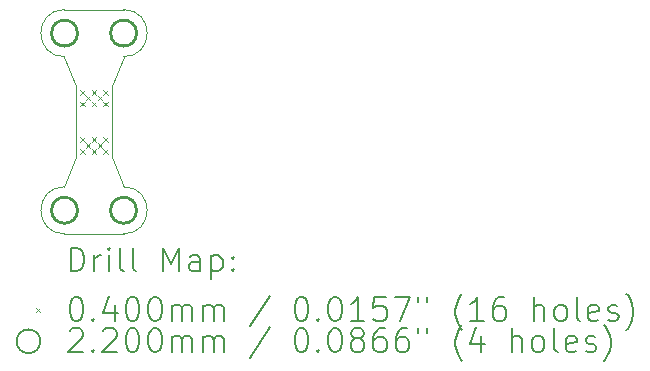
<source format=gbr>
%FSLAX45Y45*%
G04 Gerber Fmt 4.5, Leading zero omitted, Abs format (unit mm)*
G04 Created by KiCad (PCBNEW 6.0.1-79c1e3a40b~116~ubuntu20.04.1) date 2022-01-22 19:34:00*
%MOMM*%
%LPD*%
G01*
G04 APERTURE LIST*
%TA.AperFunction,Profile*%
%ADD10C,0.100000*%
%TD*%
%ADD11C,0.200000*%
%ADD12C,0.040000*%
%ADD13C,0.220000*%
G04 APERTURE END LIST*
D10*
X14900000Y-8550000D02*
X15000000Y-8800000D01*
X14900000Y-7950000D02*
X14900000Y-8550000D01*
X15000000Y-7700000D02*
X14900000Y-7950000D01*
X14600000Y-8550000D02*
X14500000Y-8800000D01*
X14600000Y-7950000D02*
X14600000Y-8550000D01*
X14500000Y-7700000D02*
X14600000Y-7950000D01*
X14500000Y-7300000D02*
X15000000Y-7300000D01*
X14500000Y-9200000D02*
X15000000Y-9200000D01*
X14500000Y-8800000D02*
G75*
G03*
X14500000Y-9200000I0J-200000D01*
G01*
X15000000Y-9200000D02*
G75*
G03*
X15000000Y-8800000I0J200000D01*
G01*
X15000000Y-7700000D02*
G75*
G03*
X15000000Y-7300000I0J200000D01*
G01*
X14500000Y-7300000D02*
G75*
G03*
X14500000Y-7700000I0J-200000D01*
G01*
D11*
D12*
X14630000Y-7980000D02*
X14670000Y-8020000D01*
X14670000Y-7980000D02*
X14630000Y-8020000D01*
X14630000Y-8080000D02*
X14670000Y-8120000D01*
X14670000Y-8080000D02*
X14630000Y-8120000D01*
X14630000Y-8380000D02*
X14670000Y-8420000D01*
X14670000Y-8380000D02*
X14630000Y-8420000D01*
X14630000Y-8480000D02*
X14670000Y-8520000D01*
X14670000Y-8480000D02*
X14630000Y-8520000D01*
X14680000Y-8030000D02*
X14720000Y-8070000D01*
X14720000Y-8030000D02*
X14680000Y-8070000D01*
X14680000Y-8430000D02*
X14720000Y-8470000D01*
X14720000Y-8430000D02*
X14680000Y-8470000D01*
X14730000Y-7980000D02*
X14770000Y-8020000D01*
X14770000Y-7980000D02*
X14730000Y-8020000D01*
X14730000Y-8080000D02*
X14770000Y-8120000D01*
X14770000Y-8080000D02*
X14730000Y-8120000D01*
X14730000Y-8380000D02*
X14770000Y-8420000D01*
X14770000Y-8380000D02*
X14730000Y-8420000D01*
X14730000Y-8480000D02*
X14770000Y-8520000D01*
X14770000Y-8480000D02*
X14730000Y-8520000D01*
X14780000Y-8030000D02*
X14820000Y-8070000D01*
X14820000Y-8030000D02*
X14780000Y-8070000D01*
X14780000Y-8430000D02*
X14820000Y-8470000D01*
X14820000Y-8430000D02*
X14780000Y-8470000D01*
X14830000Y-7980000D02*
X14870000Y-8020000D01*
X14870000Y-7980000D02*
X14830000Y-8020000D01*
X14830000Y-8080000D02*
X14870000Y-8120000D01*
X14870000Y-8080000D02*
X14830000Y-8120000D01*
X14830000Y-8380000D02*
X14870000Y-8420000D01*
X14870000Y-8380000D02*
X14830000Y-8420000D01*
X14830000Y-8480000D02*
X14870000Y-8520000D01*
X14870000Y-8480000D02*
X14830000Y-8520000D01*
D13*
X14610000Y-7500000D02*
G75*
G03*
X14610000Y-7500000I-110000J0D01*
G01*
X14610000Y-9000000D02*
G75*
G03*
X14610000Y-9000000I-110000J0D01*
G01*
X15110000Y-7500000D02*
G75*
G03*
X15110000Y-7500000I-110000J0D01*
G01*
X15110000Y-9000000D02*
G75*
G03*
X15110000Y-9000000I-110000J0D01*
G01*
D11*
X14552619Y-9515476D02*
X14552619Y-9315476D01*
X14600238Y-9315476D01*
X14628809Y-9325000D01*
X14647857Y-9344048D01*
X14657381Y-9363095D01*
X14666905Y-9401190D01*
X14666905Y-9429762D01*
X14657381Y-9467857D01*
X14647857Y-9486905D01*
X14628809Y-9505952D01*
X14600238Y-9515476D01*
X14552619Y-9515476D01*
X14752619Y-9515476D02*
X14752619Y-9382143D01*
X14752619Y-9420238D02*
X14762143Y-9401190D01*
X14771667Y-9391667D01*
X14790714Y-9382143D01*
X14809762Y-9382143D01*
X14876428Y-9515476D02*
X14876428Y-9382143D01*
X14876428Y-9315476D02*
X14866905Y-9325000D01*
X14876428Y-9334524D01*
X14885952Y-9325000D01*
X14876428Y-9315476D01*
X14876428Y-9334524D01*
X15000238Y-9515476D02*
X14981190Y-9505952D01*
X14971667Y-9486905D01*
X14971667Y-9315476D01*
X15105000Y-9515476D02*
X15085952Y-9505952D01*
X15076428Y-9486905D01*
X15076428Y-9315476D01*
X15333571Y-9515476D02*
X15333571Y-9315476D01*
X15400238Y-9458333D01*
X15466905Y-9315476D01*
X15466905Y-9515476D01*
X15647857Y-9515476D02*
X15647857Y-9410714D01*
X15638333Y-9391667D01*
X15619286Y-9382143D01*
X15581190Y-9382143D01*
X15562143Y-9391667D01*
X15647857Y-9505952D02*
X15628809Y-9515476D01*
X15581190Y-9515476D01*
X15562143Y-9505952D01*
X15552619Y-9486905D01*
X15552619Y-9467857D01*
X15562143Y-9448810D01*
X15581190Y-9439286D01*
X15628809Y-9439286D01*
X15647857Y-9429762D01*
X15743095Y-9382143D02*
X15743095Y-9582143D01*
X15743095Y-9391667D02*
X15762143Y-9382143D01*
X15800238Y-9382143D01*
X15819286Y-9391667D01*
X15828809Y-9401190D01*
X15838333Y-9420238D01*
X15838333Y-9477381D01*
X15828809Y-9496429D01*
X15819286Y-9505952D01*
X15800238Y-9515476D01*
X15762143Y-9515476D01*
X15743095Y-9505952D01*
X15924048Y-9496429D02*
X15933571Y-9505952D01*
X15924048Y-9515476D01*
X15914524Y-9505952D01*
X15924048Y-9496429D01*
X15924048Y-9515476D01*
X15924048Y-9391667D02*
X15933571Y-9401190D01*
X15924048Y-9410714D01*
X15914524Y-9401190D01*
X15924048Y-9391667D01*
X15924048Y-9410714D01*
D12*
X14255000Y-9825000D02*
X14295000Y-9865000D01*
X14295000Y-9825000D02*
X14255000Y-9865000D01*
D11*
X14590714Y-9735476D02*
X14609762Y-9735476D01*
X14628809Y-9745000D01*
X14638333Y-9754524D01*
X14647857Y-9773571D01*
X14657381Y-9811667D01*
X14657381Y-9859286D01*
X14647857Y-9897381D01*
X14638333Y-9916429D01*
X14628809Y-9925952D01*
X14609762Y-9935476D01*
X14590714Y-9935476D01*
X14571667Y-9925952D01*
X14562143Y-9916429D01*
X14552619Y-9897381D01*
X14543095Y-9859286D01*
X14543095Y-9811667D01*
X14552619Y-9773571D01*
X14562143Y-9754524D01*
X14571667Y-9745000D01*
X14590714Y-9735476D01*
X14743095Y-9916429D02*
X14752619Y-9925952D01*
X14743095Y-9935476D01*
X14733571Y-9925952D01*
X14743095Y-9916429D01*
X14743095Y-9935476D01*
X14924048Y-9802143D02*
X14924048Y-9935476D01*
X14876428Y-9725952D02*
X14828809Y-9868810D01*
X14952619Y-9868810D01*
X15066905Y-9735476D02*
X15085952Y-9735476D01*
X15105000Y-9745000D01*
X15114524Y-9754524D01*
X15124048Y-9773571D01*
X15133571Y-9811667D01*
X15133571Y-9859286D01*
X15124048Y-9897381D01*
X15114524Y-9916429D01*
X15105000Y-9925952D01*
X15085952Y-9935476D01*
X15066905Y-9935476D01*
X15047857Y-9925952D01*
X15038333Y-9916429D01*
X15028809Y-9897381D01*
X15019286Y-9859286D01*
X15019286Y-9811667D01*
X15028809Y-9773571D01*
X15038333Y-9754524D01*
X15047857Y-9745000D01*
X15066905Y-9735476D01*
X15257381Y-9735476D02*
X15276428Y-9735476D01*
X15295476Y-9745000D01*
X15305000Y-9754524D01*
X15314524Y-9773571D01*
X15324048Y-9811667D01*
X15324048Y-9859286D01*
X15314524Y-9897381D01*
X15305000Y-9916429D01*
X15295476Y-9925952D01*
X15276428Y-9935476D01*
X15257381Y-9935476D01*
X15238333Y-9925952D01*
X15228809Y-9916429D01*
X15219286Y-9897381D01*
X15209762Y-9859286D01*
X15209762Y-9811667D01*
X15219286Y-9773571D01*
X15228809Y-9754524D01*
X15238333Y-9745000D01*
X15257381Y-9735476D01*
X15409762Y-9935476D02*
X15409762Y-9802143D01*
X15409762Y-9821190D02*
X15419286Y-9811667D01*
X15438333Y-9802143D01*
X15466905Y-9802143D01*
X15485952Y-9811667D01*
X15495476Y-9830714D01*
X15495476Y-9935476D01*
X15495476Y-9830714D02*
X15505000Y-9811667D01*
X15524048Y-9802143D01*
X15552619Y-9802143D01*
X15571667Y-9811667D01*
X15581190Y-9830714D01*
X15581190Y-9935476D01*
X15676428Y-9935476D02*
X15676428Y-9802143D01*
X15676428Y-9821190D02*
X15685952Y-9811667D01*
X15705000Y-9802143D01*
X15733571Y-9802143D01*
X15752619Y-9811667D01*
X15762143Y-9830714D01*
X15762143Y-9935476D01*
X15762143Y-9830714D02*
X15771667Y-9811667D01*
X15790714Y-9802143D01*
X15819286Y-9802143D01*
X15838333Y-9811667D01*
X15847857Y-9830714D01*
X15847857Y-9935476D01*
X16238333Y-9725952D02*
X16066905Y-9983095D01*
X16495476Y-9735476D02*
X16514524Y-9735476D01*
X16533571Y-9745000D01*
X16543095Y-9754524D01*
X16552619Y-9773571D01*
X16562143Y-9811667D01*
X16562143Y-9859286D01*
X16552619Y-9897381D01*
X16543095Y-9916429D01*
X16533571Y-9925952D01*
X16514524Y-9935476D01*
X16495476Y-9935476D01*
X16476428Y-9925952D01*
X16466905Y-9916429D01*
X16457381Y-9897381D01*
X16447857Y-9859286D01*
X16447857Y-9811667D01*
X16457381Y-9773571D01*
X16466905Y-9754524D01*
X16476428Y-9745000D01*
X16495476Y-9735476D01*
X16647857Y-9916429D02*
X16657381Y-9925952D01*
X16647857Y-9935476D01*
X16638333Y-9925952D01*
X16647857Y-9916429D01*
X16647857Y-9935476D01*
X16781190Y-9735476D02*
X16800238Y-9735476D01*
X16819286Y-9745000D01*
X16828810Y-9754524D01*
X16838333Y-9773571D01*
X16847857Y-9811667D01*
X16847857Y-9859286D01*
X16838333Y-9897381D01*
X16828810Y-9916429D01*
X16819286Y-9925952D01*
X16800238Y-9935476D01*
X16781190Y-9935476D01*
X16762143Y-9925952D01*
X16752619Y-9916429D01*
X16743095Y-9897381D01*
X16733571Y-9859286D01*
X16733571Y-9811667D01*
X16743095Y-9773571D01*
X16752619Y-9754524D01*
X16762143Y-9745000D01*
X16781190Y-9735476D01*
X17038333Y-9935476D02*
X16924048Y-9935476D01*
X16981190Y-9935476D02*
X16981190Y-9735476D01*
X16962143Y-9764048D01*
X16943095Y-9783095D01*
X16924048Y-9792619D01*
X17219286Y-9735476D02*
X17124048Y-9735476D01*
X17114524Y-9830714D01*
X17124048Y-9821190D01*
X17143095Y-9811667D01*
X17190714Y-9811667D01*
X17209762Y-9821190D01*
X17219286Y-9830714D01*
X17228810Y-9849762D01*
X17228810Y-9897381D01*
X17219286Y-9916429D01*
X17209762Y-9925952D01*
X17190714Y-9935476D01*
X17143095Y-9935476D01*
X17124048Y-9925952D01*
X17114524Y-9916429D01*
X17295476Y-9735476D02*
X17428810Y-9735476D01*
X17343095Y-9935476D01*
X17495476Y-9735476D02*
X17495476Y-9773571D01*
X17571667Y-9735476D02*
X17571667Y-9773571D01*
X17866905Y-10011667D02*
X17857381Y-10002143D01*
X17838333Y-9973571D01*
X17828810Y-9954524D01*
X17819286Y-9925952D01*
X17809762Y-9878333D01*
X17809762Y-9840238D01*
X17819286Y-9792619D01*
X17828810Y-9764048D01*
X17838333Y-9745000D01*
X17857381Y-9716429D01*
X17866905Y-9706905D01*
X18047857Y-9935476D02*
X17933571Y-9935476D01*
X17990714Y-9935476D02*
X17990714Y-9735476D01*
X17971667Y-9764048D01*
X17952619Y-9783095D01*
X17933571Y-9792619D01*
X18219286Y-9735476D02*
X18181190Y-9735476D01*
X18162143Y-9745000D01*
X18152619Y-9754524D01*
X18133571Y-9783095D01*
X18124048Y-9821190D01*
X18124048Y-9897381D01*
X18133571Y-9916429D01*
X18143095Y-9925952D01*
X18162143Y-9935476D01*
X18200238Y-9935476D01*
X18219286Y-9925952D01*
X18228810Y-9916429D01*
X18238333Y-9897381D01*
X18238333Y-9849762D01*
X18228810Y-9830714D01*
X18219286Y-9821190D01*
X18200238Y-9811667D01*
X18162143Y-9811667D01*
X18143095Y-9821190D01*
X18133571Y-9830714D01*
X18124048Y-9849762D01*
X18476429Y-9935476D02*
X18476429Y-9735476D01*
X18562143Y-9935476D02*
X18562143Y-9830714D01*
X18552619Y-9811667D01*
X18533571Y-9802143D01*
X18505000Y-9802143D01*
X18485952Y-9811667D01*
X18476429Y-9821190D01*
X18685952Y-9935476D02*
X18666905Y-9925952D01*
X18657381Y-9916429D01*
X18647857Y-9897381D01*
X18647857Y-9840238D01*
X18657381Y-9821190D01*
X18666905Y-9811667D01*
X18685952Y-9802143D01*
X18714524Y-9802143D01*
X18733571Y-9811667D01*
X18743095Y-9821190D01*
X18752619Y-9840238D01*
X18752619Y-9897381D01*
X18743095Y-9916429D01*
X18733571Y-9925952D01*
X18714524Y-9935476D01*
X18685952Y-9935476D01*
X18866905Y-9935476D02*
X18847857Y-9925952D01*
X18838333Y-9906905D01*
X18838333Y-9735476D01*
X19019286Y-9925952D02*
X19000238Y-9935476D01*
X18962143Y-9935476D01*
X18943095Y-9925952D01*
X18933571Y-9906905D01*
X18933571Y-9830714D01*
X18943095Y-9811667D01*
X18962143Y-9802143D01*
X19000238Y-9802143D01*
X19019286Y-9811667D01*
X19028810Y-9830714D01*
X19028810Y-9849762D01*
X18933571Y-9868810D01*
X19105000Y-9925952D02*
X19124048Y-9935476D01*
X19162143Y-9935476D01*
X19181190Y-9925952D01*
X19190714Y-9906905D01*
X19190714Y-9897381D01*
X19181190Y-9878333D01*
X19162143Y-9868810D01*
X19133571Y-9868810D01*
X19114524Y-9859286D01*
X19105000Y-9840238D01*
X19105000Y-9830714D01*
X19114524Y-9811667D01*
X19133571Y-9802143D01*
X19162143Y-9802143D01*
X19181190Y-9811667D01*
X19257381Y-10011667D02*
X19266905Y-10002143D01*
X19285952Y-9973571D01*
X19295476Y-9954524D01*
X19305000Y-9925952D01*
X19314524Y-9878333D01*
X19314524Y-9840238D01*
X19305000Y-9792619D01*
X19295476Y-9764048D01*
X19285952Y-9745000D01*
X19266905Y-9716429D01*
X19257381Y-9706905D01*
X14295000Y-10109000D02*
G75*
G03*
X14295000Y-10109000I-100000J0D01*
G01*
X14543095Y-10018524D02*
X14552619Y-10009000D01*
X14571667Y-9999476D01*
X14619286Y-9999476D01*
X14638333Y-10009000D01*
X14647857Y-10018524D01*
X14657381Y-10037571D01*
X14657381Y-10056619D01*
X14647857Y-10085190D01*
X14533571Y-10199476D01*
X14657381Y-10199476D01*
X14743095Y-10180429D02*
X14752619Y-10189952D01*
X14743095Y-10199476D01*
X14733571Y-10189952D01*
X14743095Y-10180429D01*
X14743095Y-10199476D01*
X14828809Y-10018524D02*
X14838333Y-10009000D01*
X14857381Y-9999476D01*
X14905000Y-9999476D01*
X14924048Y-10009000D01*
X14933571Y-10018524D01*
X14943095Y-10037571D01*
X14943095Y-10056619D01*
X14933571Y-10085190D01*
X14819286Y-10199476D01*
X14943095Y-10199476D01*
X15066905Y-9999476D02*
X15085952Y-9999476D01*
X15105000Y-10009000D01*
X15114524Y-10018524D01*
X15124048Y-10037571D01*
X15133571Y-10075667D01*
X15133571Y-10123286D01*
X15124048Y-10161381D01*
X15114524Y-10180429D01*
X15105000Y-10189952D01*
X15085952Y-10199476D01*
X15066905Y-10199476D01*
X15047857Y-10189952D01*
X15038333Y-10180429D01*
X15028809Y-10161381D01*
X15019286Y-10123286D01*
X15019286Y-10075667D01*
X15028809Y-10037571D01*
X15038333Y-10018524D01*
X15047857Y-10009000D01*
X15066905Y-9999476D01*
X15257381Y-9999476D02*
X15276428Y-9999476D01*
X15295476Y-10009000D01*
X15305000Y-10018524D01*
X15314524Y-10037571D01*
X15324048Y-10075667D01*
X15324048Y-10123286D01*
X15314524Y-10161381D01*
X15305000Y-10180429D01*
X15295476Y-10189952D01*
X15276428Y-10199476D01*
X15257381Y-10199476D01*
X15238333Y-10189952D01*
X15228809Y-10180429D01*
X15219286Y-10161381D01*
X15209762Y-10123286D01*
X15209762Y-10075667D01*
X15219286Y-10037571D01*
X15228809Y-10018524D01*
X15238333Y-10009000D01*
X15257381Y-9999476D01*
X15409762Y-10199476D02*
X15409762Y-10066143D01*
X15409762Y-10085190D02*
X15419286Y-10075667D01*
X15438333Y-10066143D01*
X15466905Y-10066143D01*
X15485952Y-10075667D01*
X15495476Y-10094714D01*
X15495476Y-10199476D01*
X15495476Y-10094714D02*
X15505000Y-10075667D01*
X15524048Y-10066143D01*
X15552619Y-10066143D01*
X15571667Y-10075667D01*
X15581190Y-10094714D01*
X15581190Y-10199476D01*
X15676428Y-10199476D02*
X15676428Y-10066143D01*
X15676428Y-10085190D02*
X15685952Y-10075667D01*
X15705000Y-10066143D01*
X15733571Y-10066143D01*
X15752619Y-10075667D01*
X15762143Y-10094714D01*
X15762143Y-10199476D01*
X15762143Y-10094714D02*
X15771667Y-10075667D01*
X15790714Y-10066143D01*
X15819286Y-10066143D01*
X15838333Y-10075667D01*
X15847857Y-10094714D01*
X15847857Y-10199476D01*
X16238333Y-9989952D02*
X16066905Y-10247095D01*
X16495476Y-9999476D02*
X16514524Y-9999476D01*
X16533571Y-10009000D01*
X16543095Y-10018524D01*
X16552619Y-10037571D01*
X16562143Y-10075667D01*
X16562143Y-10123286D01*
X16552619Y-10161381D01*
X16543095Y-10180429D01*
X16533571Y-10189952D01*
X16514524Y-10199476D01*
X16495476Y-10199476D01*
X16476428Y-10189952D01*
X16466905Y-10180429D01*
X16457381Y-10161381D01*
X16447857Y-10123286D01*
X16447857Y-10075667D01*
X16457381Y-10037571D01*
X16466905Y-10018524D01*
X16476428Y-10009000D01*
X16495476Y-9999476D01*
X16647857Y-10180429D02*
X16657381Y-10189952D01*
X16647857Y-10199476D01*
X16638333Y-10189952D01*
X16647857Y-10180429D01*
X16647857Y-10199476D01*
X16781190Y-9999476D02*
X16800238Y-9999476D01*
X16819286Y-10009000D01*
X16828810Y-10018524D01*
X16838333Y-10037571D01*
X16847857Y-10075667D01*
X16847857Y-10123286D01*
X16838333Y-10161381D01*
X16828810Y-10180429D01*
X16819286Y-10189952D01*
X16800238Y-10199476D01*
X16781190Y-10199476D01*
X16762143Y-10189952D01*
X16752619Y-10180429D01*
X16743095Y-10161381D01*
X16733571Y-10123286D01*
X16733571Y-10075667D01*
X16743095Y-10037571D01*
X16752619Y-10018524D01*
X16762143Y-10009000D01*
X16781190Y-9999476D01*
X16962143Y-10085190D02*
X16943095Y-10075667D01*
X16933571Y-10066143D01*
X16924048Y-10047095D01*
X16924048Y-10037571D01*
X16933571Y-10018524D01*
X16943095Y-10009000D01*
X16962143Y-9999476D01*
X17000238Y-9999476D01*
X17019286Y-10009000D01*
X17028810Y-10018524D01*
X17038333Y-10037571D01*
X17038333Y-10047095D01*
X17028810Y-10066143D01*
X17019286Y-10075667D01*
X17000238Y-10085190D01*
X16962143Y-10085190D01*
X16943095Y-10094714D01*
X16933571Y-10104238D01*
X16924048Y-10123286D01*
X16924048Y-10161381D01*
X16933571Y-10180429D01*
X16943095Y-10189952D01*
X16962143Y-10199476D01*
X17000238Y-10199476D01*
X17019286Y-10189952D01*
X17028810Y-10180429D01*
X17038333Y-10161381D01*
X17038333Y-10123286D01*
X17028810Y-10104238D01*
X17019286Y-10094714D01*
X17000238Y-10085190D01*
X17209762Y-9999476D02*
X17171667Y-9999476D01*
X17152619Y-10009000D01*
X17143095Y-10018524D01*
X17124048Y-10047095D01*
X17114524Y-10085190D01*
X17114524Y-10161381D01*
X17124048Y-10180429D01*
X17133571Y-10189952D01*
X17152619Y-10199476D01*
X17190714Y-10199476D01*
X17209762Y-10189952D01*
X17219286Y-10180429D01*
X17228810Y-10161381D01*
X17228810Y-10113762D01*
X17219286Y-10094714D01*
X17209762Y-10085190D01*
X17190714Y-10075667D01*
X17152619Y-10075667D01*
X17133571Y-10085190D01*
X17124048Y-10094714D01*
X17114524Y-10113762D01*
X17400238Y-9999476D02*
X17362143Y-9999476D01*
X17343095Y-10009000D01*
X17333571Y-10018524D01*
X17314524Y-10047095D01*
X17305000Y-10085190D01*
X17305000Y-10161381D01*
X17314524Y-10180429D01*
X17324048Y-10189952D01*
X17343095Y-10199476D01*
X17381190Y-10199476D01*
X17400238Y-10189952D01*
X17409762Y-10180429D01*
X17419286Y-10161381D01*
X17419286Y-10113762D01*
X17409762Y-10094714D01*
X17400238Y-10085190D01*
X17381190Y-10075667D01*
X17343095Y-10075667D01*
X17324048Y-10085190D01*
X17314524Y-10094714D01*
X17305000Y-10113762D01*
X17495476Y-9999476D02*
X17495476Y-10037571D01*
X17571667Y-9999476D02*
X17571667Y-10037571D01*
X17866905Y-10275667D02*
X17857381Y-10266143D01*
X17838333Y-10237571D01*
X17828810Y-10218524D01*
X17819286Y-10189952D01*
X17809762Y-10142333D01*
X17809762Y-10104238D01*
X17819286Y-10056619D01*
X17828810Y-10028048D01*
X17838333Y-10009000D01*
X17857381Y-9980429D01*
X17866905Y-9970905D01*
X18028810Y-10066143D02*
X18028810Y-10199476D01*
X17981190Y-9989952D02*
X17933571Y-10132810D01*
X18057381Y-10132810D01*
X18285952Y-10199476D02*
X18285952Y-9999476D01*
X18371667Y-10199476D02*
X18371667Y-10094714D01*
X18362143Y-10075667D01*
X18343095Y-10066143D01*
X18314524Y-10066143D01*
X18295476Y-10075667D01*
X18285952Y-10085190D01*
X18495476Y-10199476D02*
X18476429Y-10189952D01*
X18466905Y-10180429D01*
X18457381Y-10161381D01*
X18457381Y-10104238D01*
X18466905Y-10085190D01*
X18476429Y-10075667D01*
X18495476Y-10066143D01*
X18524048Y-10066143D01*
X18543095Y-10075667D01*
X18552619Y-10085190D01*
X18562143Y-10104238D01*
X18562143Y-10161381D01*
X18552619Y-10180429D01*
X18543095Y-10189952D01*
X18524048Y-10199476D01*
X18495476Y-10199476D01*
X18676429Y-10199476D02*
X18657381Y-10189952D01*
X18647857Y-10170905D01*
X18647857Y-9999476D01*
X18828810Y-10189952D02*
X18809762Y-10199476D01*
X18771667Y-10199476D01*
X18752619Y-10189952D01*
X18743095Y-10170905D01*
X18743095Y-10094714D01*
X18752619Y-10075667D01*
X18771667Y-10066143D01*
X18809762Y-10066143D01*
X18828810Y-10075667D01*
X18838333Y-10094714D01*
X18838333Y-10113762D01*
X18743095Y-10132810D01*
X18914524Y-10189952D02*
X18933571Y-10199476D01*
X18971667Y-10199476D01*
X18990714Y-10189952D01*
X19000238Y-10170905D01*
X19000238Y-10161381D01*
X18990714Y-10142333D01*
X18971667Y-10132810D01*
X18943095Y-10132810D01*
X18924048Y-10123286D01*
X18914524Y-10104238D01*
X18914524Y-10094714D01*
X18924048Y-10075667D01*
X18943095Y-10066143D01*
X18971667Y-10066143D01*
X18990714Y-10075667D01*
X19066905Y-10275667D02*
X19076429Y-10266143D01*
X19095476Y-10237571D01*
X19105000Y-10218524D01*
X19114524Y-10189952D01*
X19124048Y-10142333D01*
X19124048Y-10104238D01*
X19114524Y-10056619D01*
X19105000Y-10028048D01*
X19095476Y-10009000D01*
X19076429Y-9980429D01*
X19066905Y-9970905D01*
M02*

</source>
